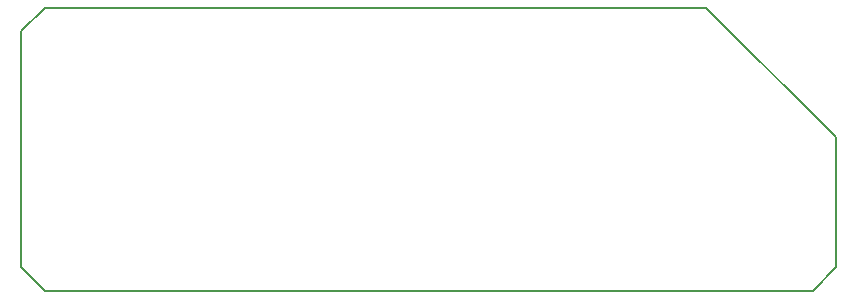
<source format=gbr>
G04 #@! TF.GenerationSoftware,KiCad,Pcbnew,(5.0.1-3-g963ef8bb5)*
G04 #@! TF.CreationDate,2019-02-12T17:52:07-08:00*
G04 #@! TF.ProjectId,4button-3wire,34627574746F6E2D33776972652E6B69,rev?*
G04 #@! TF.SameCoordinates,Original*
G04 #@! TF.FileFunction,Profile,NP*
%FSLAX46Y46*%
G04 Gerber Fmt 4.6, Leading zero omitted, Abs format (unit mm)*
G04 Created by KiCad (PCBNEW (5.0.1-3-g963ef8bb5)) date Tuesday, February 12, 2019 at 05:52:07 PM*
%MOMM*%
%LPD*%
G01*
G04 APERTURE LIST*
%ADD10C,0.150000*%
G04 APERTURE END LIST*
D10*
X136000000Y-120000000D02*
X138000000Y-118000000D01*
X127000000Y-96000000D02*
X138000000Y-107000000D01*
X71000000Y-120000000D02*
X69000000Y-118000000D01*
X71000000Y-96000000D02*
X69000000Y-98000000D01*
X136000000Y-120000000D02*
X71000000Y-120000000D01*
X138000000Y-107000000D02*
X138000000Y-118000000D01*
X71000000Y-96000000D02*
X127000000Y-96000000D01*
X69000000Y-118000000D02*
X69000000Y-98000000D01*
M02*

</source>
